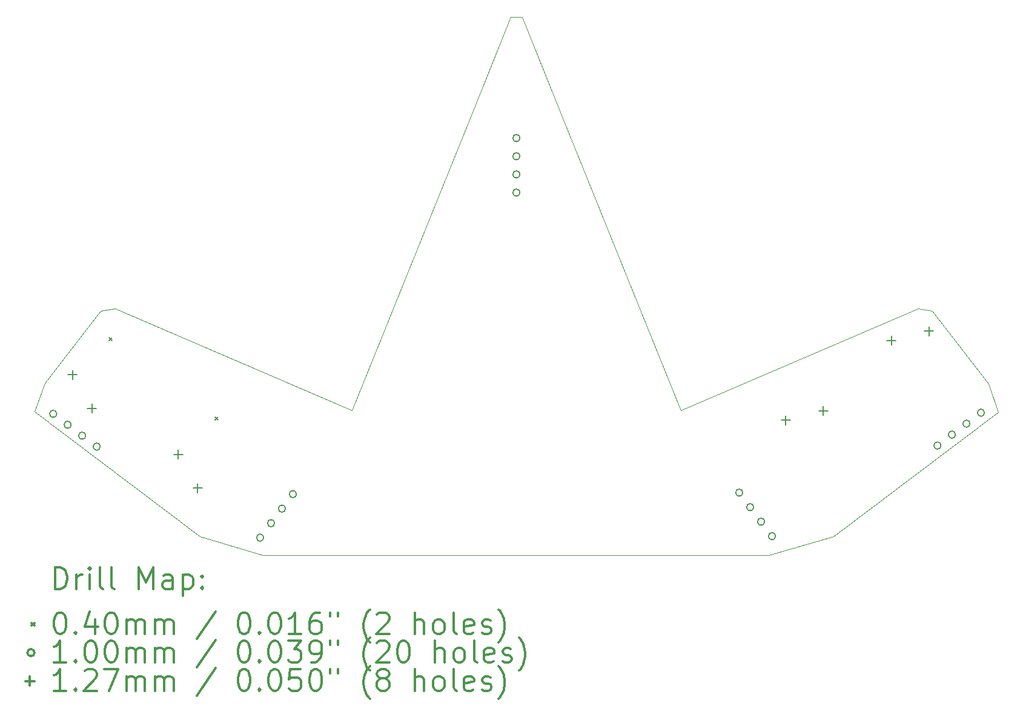
<source format=gbr>
%FSLAX45Y45*%
G04 Gerber Fmt 4.5, Leading zero omitted, Abs format (unit mm)*
G04 Created by KiCad (PCBNEW (5.1.4)-1) date 2023-12-29 13:05:53*
%MOMM*%
%LPD*%
G04 APERTURE LIST*
%ADD10C,0.050000*%
%ADD11C,0.200000*%
%ADD12C,0.300000*%
G04 APERTURE END LIST*
D10*
X19937407Y-1983763D02*
X22243295Y-243223D01*
X8772683Y-241819D02*
X11078571Y-1982360D01*
X19035877Y-2247825D02*
X19937407Y-1983763D01*
X16155876Y3862175D02*
X15585876Y5272175D01*
X11965876Y-2247825D02*
X19035877Y-2247825D01*
X13205876Y-217825D02*
X9895583Y1202721D01*
X17805877Y-217825D02*
X16155876Y3862175D01*
X13205876Y-217825D02*
X14855876Y3862175D01*
X11965876Y-2247825D02*
X11078571Y-1982360D01*
X17805877Y-217825D02*
X21120396Y1201318D01*
X14855876Y3862175D02*
X15425876Y5272175D01*
X15585876Y5272175D02*
X15425876Y5272175D01*
X22104504Y153687D02*
X21319224Y1163010D01*
X9895583Y1202721D02*
X9696755Y1164414D01*
X8911474Y155090D02*
X8772683Y-241819D01*
X22104504Y153687D02*
X22243295Y-243223D01*
X21120396Y1201318D02*
X21319224Y1163010D01*
X8911474Y155090D02*
X9696755Y1164414D01*
D11*
X9810000Y791000D02*
X9850000Y751000D01*
X9850000Y791000D02*
X9810000Y751000D01*
X11295000Y-319000D02*
X11335000Y-359000D01*
X11335000Y-319000D02*
X11295000Y-359000D01*
X21441514Y-713791D02*
G75*
G03X21441514Y-713791I-50000J0D01*
G01*
X21644368Y-560930D02*
G75*
G03X21644368Y-560930I-50000J0D01*
G01*
X21847221Y-408069D02*
G75*
G03X21847221Y-408069I-50000J0D01*
G01*
X22050074Y-255208D02*
G75*
G03X22050074Y-255208I-50000J0D01*
G01*
X18670781Y-1371723D02*
G75*
G03X18670781Y-1371723I-50000J0D01*
G01*
X18823642Y-1574576D02*
G75*
G03X18823642Y-1574576I-50000J0D01*
G01*
X18976503Y-1777430D02*
G75*
G03X18976503Y-1777430I-50000J0D01*
G01*
X19129364Y-1980283D02*
G75*
G03X19129364Y-1980283I-50000J0D01*
G01*
X11973428Y-2000144D02*
G75*
G03X11973428Y-2000144I-50000J0D01*
G01*
X12126289Y-1797290D02*
G75*
G03X12126289Y-1797290I-50000J0D01*
G01*
X12279150Y-1594437D02*
G75*
G03X12279150Y-1594437I-50000J0D01*
G01*
X12432011Y-1391583D02*
G75*
G03X12432011Y-1391583I-50000J0D01*
G01*
X9080702Y-270568D02*
G75*
G03X9080702Y-270568I-50000J0D01*
G01*
X9283555Y-423429D02*
G75*
G03X9283555Y-423429I-50000J0D01*
G01*
X9486408Y-576290D02*
G75*
G03X9486408Y-576290I-50000J0D01*
G01*
X9689262Y-729151D02*
G75*
G03X9689262Y-729151I-50000J0D01*
G01*
X15555876Y3582175D02*
G75*
G03X15555876Y3582175I-50000J0D01*
G01*
X15555876Y3328175D02*
G75*
G03X15555876Y3328175I-50000J0D01*
G01*
X15555876Y3074175D02*
G75*
G03X15555876Y3074175I-50000J0D01*
G01*
X15555876Y2820175D02*
G75*
G03X15555876Y2820175I-50000J0D01*
G01*
X9300243Y339160D02*
X9300243Y212160D01*
X9236743Y275660D02*
X9363743Y275660D01*
X9573180Y-129461D02*
X9573180Y-256461D01*
X9509680Y-192961D02*
X9636680Y-192961D01*
X20748908Y816189D02*
X20748908Y689189D01*
X20685408Y752689D02*
X20812408Y752689D01*
X21274607Y949383D02*
X21274607Y822383D01*
X21211107Y885883D02*
X21338107Y885883D01*
X10777719Y-774198D02*
X10777719Y-901198D01*
X10714219Y-837698D02*
X10841219Y-837698D01*
X11050656Y-1242819D02*
X11050656Y-1369819D01*
X10987156Y-1306319D02*
X11114156Y-1306319D01*
X19271432Y-297169D02*
X19271432Y-424169D01*
X19207932Y-360669D02*
X19334932Y-360669D01*
X19797131Y-163975D02*
X19797131Y-290975D01*
X19733631Y-227475D02*
X19860631Y-227475D01*
D12*
X9056612Y-2716039D02*
X9056612Y-2416039D01*
X9128040Y-2416039D01*
X9170897Y-2430325D01*
X9199469Y-2458896D01*
X9213754Y-2487468D01*
X9228040Y-2544611D01*
X9228040Y-2587468D01*
X9213754Y-2644611D01*
X9199469Y-2673182D01*
X9170897Y-2701754D01*
X9128040Y-2716039D01*
X9056612Y-2716039D01*
X9356612Y-2716039D02*
X9356612Y-2516039D01*
X9356612Y-2573182D02*
X9370897Y-2544611D01*
X9385183Y-2530325D01*
X9413754Y-2516039D01*
X9442326Y-2516039D01*
X9542326Y-2716039D02*
X9542326Y-2516039D01*
X9542326Y-2416039D02*
X9528040Y-2430325D01*
X9542326Y-2444611D01*
X9556612Y-2430325D01*
X9542326Y-2416039D01*
X9542326Y-2444611D01*
X9728040Y-2716039D02*
X9699469Y-2701754D01*
X9685183Y-2673182D01*
X9685183Y-2416039D01*
X9885183Y-2716039D02*
X9856612Y-2701754D01*
X9842326Y-2673182D01*
X9842326Y-2416039D01*
X10228040Y-2716039D02*
X10228040Y-2416039D01*
X10328040Y-2630325D01*
X10428040Y-2416039D01*
X10428040Y-2716039D01*
X10699469Y-2716039D02*
X10699469Y-2558896D01*
X10685183Y-2530325D01*
X10656612Y-2516039D01*
X10599469Y-2516039D01*
X10570897Y-2530325D01*
X10699469Y-2701754D02*
X10670897Y-2716039D01*
X10599469Y-2716039D01*
X10570897Y-2701754D01*
X10556612Y-2673182D01*
X10556612Y-2644611D01*
X10570897Y-2616039D01*
X10599469Y-2601754D01*
X10670897Y-2601754D01*
X10699469Y-2587468D01*
X10842326Y-2516039D02*
X10842326Y-2816039D01*
X10842326Y-2530325D02*
X10870897Y-2516039D01*
X10928040Y-2516039D01*
X10956612Y-2530325D01*
X10970897Y-2544611D01*
X10985183Y-2573182D01*
X10985183Y-2658896D01*
X10970897Y-2687468D01*
X10956612Y-2701754D01*
X10928040Y-2716039D01*
X10870897Y-2716039D01*
X10842326Y-2701754D01*
X11113754Y-2687468D02*
X11128040Y-2701754D01*
X11113754Y-2716039D01*
X11099469Y-2701754D01*
X11113754Y-2687468D01*
X11113754Y-2716039D01*
X11113754Y-2530325D02*
X11128040Y-2544611D01*
X11113754Y-2558896D01*
X11099469Y-2544611D01*
X11113754Y-2530325D01*
X11113754Y-2558896D01*
X8730183Y-3190325D02*
X8770183Y-3230325D01*
X8770183Y-3190325D02*
X8730183Y-3230325D01*
X9113754Y-3046039D02*
X9142326Y-3046039D01*
X9170897Y-3060325D01*
X9185183Y-3074611D01*
X9199469Y-3103182D01*
X9213754Y-3160325D01*
X9213754Y-3231753D01*
X9199469Y-3288896D01*
X9185183Y-3317468D01*
X9170897Y-3331753D01*
X9142326Y-3346039D01*
X9113754Y-3346039D01*
X9085183Y-3331753D01*
X9070897Y-3317468D01*
X9056612Y-3288896D01*
X9042326Y-3231753D01*
X9042326Y-3160325D01*
X9056612Y-3103182D01*
X9070897Y-3074611D01*
X9085183Y-3060325D01*
X9113754Y-3046039D01*
X9342326Y-3317468D02*
X9356612Y-3331753D01*
X9342326Y-3346039D01*
X9328040Y-3331753D01*
X9342326Y-3317468D01*
X9342326Y-3346039D01*
X9613754Y-3146039D02*
X9613754Y-3346039D01*
X9542326Y-3031753D02*
X9470897Y-3246039D01*
X9656612Y-3246039D01*
X9828040Y-3046039D02*
X9856612Y-3046039D01*
X9885183Y-3060325D01*
X9899469Y-3074611D01*
X9913754Y-3103182D01*
X9928040Y-3160325D01*
X9928040Y-3231753D01*
X9913754Y-3288896D01*
X9899469Y-3317468D01*
X9885183Y-3331753D01*
X9856612Y-3346039D01*
X9828040Y-3346039D01*
X9799469Y-3331753D01*
X9785183Y-3317468D01*
X9770897Y-3288896D01*
X9756612Y-3231753D01*
X9756612Y-3160325D01*
X9770897Y-3103182D01*
X9785183Y-3074611D01*
X9799469Y-3060325D01*
X9828040Y-3046039D01*
X10056612Y-3346039D02*
X10056612Y-3146039D01*
X10056612Y-3174611D02*
X10070897Y-3160325D01*
X10099469Y-3146039D01*
X10142326Y-3146039D01*
X10170897Y-3160325D01*
X10185183Y-3188896D01*
X10185183Y-3346039D01*
X10185183Y-3188896D02*
X10199469Y-3160325D01*
X10228040Y-3146039D01*
X10270897Y-3146039D01*
X10299469Y-3160325D01*
X10313754Y-3188896D01*
X10313754Y-3346039D01*
X10456612Y-3346039D02*
X10456612Y-3146039D01*
X10456612Y-3174611D02*
X10470897Y-3160325D01*
X10499469Y-3146039D01*
X10542326Y-3146039D01*
X10570897Y-3160325D01*
X10585183Y-3188896D01*
X10585183Y-3346039D01*
X10585183Y-3188896D02*
X10599469Y-3160325D01*
X10628040Y-3146039D01*
X10670897Y-3146039D01*
X10699469Y-3160325D01*
X10713754Y-3188896D01*
X10713754Y-3346039D01*
X11299469Y-3031753D02*
X11042326Y-3417468D01*
X11685183Y-3046039D02*
X11713754Y-3046039D01*
X11742326Y-3060325D01*
X11756611Y-3074611D01*
X11770897Y-3103182D01*
X11785183Y-3160325D01*
X11785183Y-3231753D01*
X11770897Y-3288896D01*
X11756611Y-3317468D01*
X11742326Y-3331753D01*
X11713754Y-3346039D01*
X11685183Y-3346039D01*
X11656611Y-3331753D01*
X11642326Y-3317468D01*
X11628040Y-3288896D01*
X11613754Y-3231753D01*
X11613754Y-3160325D01*
X11628040Y-3103182D01*
X11642326Y-3074611D01*
X11656611Y-3060325D01*
X11685183Y-3046039D01*
X11913754Y-3317468D02*
X11928040Y-3331753D01*
X11913754Y-3346039D01*
X11899469Y-3331753D01*
X11913754Y-3317468D01*
X11913754Y-3346039D01*
X12113754Y-3046039D02*
X12142326Y-3046039D01*
X12170897Y-3060325D01*
X12185183Y-3074611D01*
X12199469Y-3103182D01*
X12213754Y-3160325D01*
X12213754Y-3231753D01*
X12199469Y-3288896D01*
X12185183Y-3317468D01*
X12170897Y-3331753D01*
X12142326Y-3346039D01*
X12113754Y-3346039D01*
X12085183Y-3331753D01*
X12070897Y-3317468D01*
X12056611Y-3288896D01*
X12042326Y-3231753D01*
X12042326Y-3160325D01*
X12056611Y-3103182D01*
X12070897Y-3074611D01*
X12085183Y-3060325D01*
X12113754Y-3046039D01*
X12499469Y-3346039D02*
X12328040Y-3346039D01*
X12413754Y-3346039D02*
X12413754Y-3046039D01*
X12385183Y-3088896D01*
X12356611Y-3117468D01*
X12328040Y-3131753D01*
X12756611Y-3046039D02*
X12699469Y-3046039D01*
X12670897Y-3060325D01*
X12656611Y-3074611D01*
X12628040Y-3117468D01*
X12613754Y-3174611D01*
X12613754Y-3288896D01*
X12628040Y-3317468D01*
X12642326Y-3331753D01*
X12670897Y-3346039D01*
X12728040Y-3346039D01*
X12756611Y-3331753D01*
X12770897Y-3317468D01*
X12785183Y-3288896D01*
X12785183Y-3217468D01*
X12770897Y-3188896D01*
X12756611Y-3174611D01*
X12728040Y-3160325D01*
X12670897Y-3160325D01*
X12642326Y-3174611D01*
X12628040Y-3188896D01*
X12613754Y-3217468D01*
X12899469Y-3046039D02*
X12899469Y-3103182D01*
X13013754Y-3046039D02*
X13013754Y-3103182D01*
X13456611Y-3460325D02*
X13442326Y-3446039D01*
X13413754Y-3403182D01*
X13399469Y-3374611D01*
X13385183Y-3331753D01*
X13370897Y-3260325D01*
X13370897Y-3203182D01*
X13385183Y-3131753D01*
X13399469Y-3088896D01*
X13413754Y-3060325D01*
X13442326Y-3017468D01*
X13456611Y-3003182D01*
X13556611Y-3074611D02*
X13570897Y-3060325D01*
X13599469Y-3046039D01*
X13670897Y-3046039D01*
X13699469Y-3060325D01*
X13713754Y-3074611D01*
X13728040Y-3103182D01*
X13728040Y-3131753D01*
X13713754Y-3174611D01*
X13542326Y-3346039D01*
X13728040Y-3346039D01*
X14085183Y-3346039D02*
X14085183Y-3046039D01*
X14213754Y-3346039D02*
X14213754Y-3188896D01*
X14199469Y-3160325D01*
X14170897Y-3146039D01*
X14128040Y-3146039D01*
X14099469Y-3160325D01*
X14085183Y-3174611D01*
X14399469Y-3346039D02*
X14370897Y-3331753D01*
X14356611Y-3317468D01*
X14342326Y-3288896D01*
X14342326Y-3203182D01*
X14356611Y-3174611D01*
X14370897Y-3160325D01*
X14399469Y-3146039D01*
X14442326Y-3146039D01*
X14470897Y-3160325D01*
X14485183Y-3174611D01*
X14499469Y-3203182D01*
X14499469Y-3288896D01*
X14485183Y-3317468D01*
X14470897Y-3331753D01*
X14442326Y-3346039D01*
X14399469Y-3346039D01*
X14670897Y-3346039D02*
X14642326Y-3331753D01*
X14628040Y-3303182D01*
X14628040Y-3046039D01*
X14899469Y-3331753D02*
X14870897Y-3346039D01*
X14813754Y-3346039D01*
X14785183Y-3331753D01*
X14770897Y-3303182D01*
X14770897Y-3188896D01*
X14785183Y-3160325D01*
X14813754Y-3146039D01*
X14870897Y-3146039D01*
X14899469Y-3160325D01*
X14913754Y-3188896D01*
X14913754Y-3217468D01*
X14770897Y-3246039D01*
X15028040Y-3331753D02*
X15056611Y-3346039D01*
X15113754Y-3346039D01*
X15142326Y-3331753D01*
X15156611Y-3303182D01*
X15156611Y-3288896D01*
X15142326Y-3260325D01*
X15113754Y-3246039D01*
X15070897Y-3246039D01*
X15042326Y-3231753D01*
X15028040Y-3203182D01*
X15028040Y-3188896D01*
X15042326Y-3160325D01*
X15070897Y-3146039D01*
X15113754Y-3146039D01*
X15142326Y-3160325D01*
X15256611Y-3460325D02*
X15270897Y-3446039D01*
X15299469Y-3403182D01*
X15313754Y-3374611D01*
X15328040Y-3331753D01*
X15342326Y-3260325D01*
X15342326Y-3203182D01*
X15328040Y-3131753D01*
X15313754Y-3088896D01*
X15299469Y-3060325D01*
X15270897Y-3017468D01*
X15256611Y-3003182D01*
X8770183Y-3606325D02*
G75*
G03X8770183Y-3606325I-50000J0D01*
G01*
X9213754Y-3742039D02*
X9042326Y-3742039D01*
X9128040Y-3742039D02*
X9128040Y-3442039D01*
X9099469Y-3484896D01*
X9070897Y-3513468D01*
X9042326Y-3527753D01*
X9342326Y-3713468D02*
X9356612Y-3727753D01*
X9342326Y-3742039D01*
X9328040Y-3727753D01*
X9342326Y-3713468D01*
X9342326Y-3742039D01*
X9542326Y-3442039D02*
X9570897Y-3442039D01*
X9599469Y-3456325D01*
X9613754Y-3470611D01*
X9628040Y-3499182D01*
X9642326Y-3556325D01*
X9642326Y-3627753D01*
X9628040Y-3684896D01*
X9613754Y-3713468D01*
X9599469Y-3727753D01*
X9570897Y-3742039D01*
X9542326Y-3742039D01*
X9513754Y-3727753D01*
X9499469Y-3713468D01*
X9485183Y-3684896D01*
X9470897Y-3627753D01*
X9470897Y-3556325D01*
X9485183Y-3499182D01*
X9499469Y-3470611D01*
X9513754Y-3456325D01*
X9542326Y-3442039D01*
X9828040Y-3442039D02*
X9856612Y-3442039D01*
X9885183Y-3456325D01*
X9899469Y-3470611D01*
X9913754Y-3499182D01*
X9928040Y-3556325D01*
X9928040Y-3627753D01*
X9913754Y-3684896D01*
X9899469Y-3713468D01*
X9885183Y-3727753D01*
X9856612Y-3742039D01*
X9828040Y-3742039D01*
X9799469Y-3727753D01*
X9785183Y-3713468D01*
X9770897Y-3684896D01*
X9756612Y-3627753D01*
X9756612Y-3556325D01*
X9770897Y-3499182D01*
X9785183Y-3470611D01*
X9799469Y-3456325D01*
X9828040Y-3442039D01*
X10056612Y-3742039D02*
X10056612Y-3542039D01*
X10056612Y-3570611D02*
X10070897Y-3556325D01*
X10099469Y-3542039D01*
X10142326Y-3542039D01*
X10170897Y-3556325D01*
X10185183Y-3584896D01*
X10185183Y-3742039D01*
X10185183Y-3584896D02*
X10199469Y-3556325D01*
X10228040Y-3542039D01*
X10270897Y-3542039D01*
X10299469Y-3556325D01*
X10313754Y-3584896D01*
X10313754Y-3742039D01*
X10456612Y-3742039D02*
X10456612Y-3542039D01*
X10456612Y-3570611D02*
X10470897Y-3556325D01*
X10499469Y-3542039D01*
X10542326Y-3542039D01*
X10570897Y-3556325D01*
X10585183Y-3584896D01*
X10585183Y-3742039D01*
X10585183Y-3584896D02*
X10599469Y-3556325D01*
X10628040Y-3542039D01*
X10670897Y-3542039D01*
X10699469Y-3556325D01*
X10713754Y-3584896D01*
X10713754Y-3742039D01*
X11299469Y-3427753D02*
X11042326Y-3813468D01*
X11685183Y-3442039D02*
X11713754Y-3442039D01*
X11742326Y-3456325D01*
X11756611Y-3470611D01*
X11770897Y-3499182D01*
X11785183Y-3556325D01*
X11785183Y-3627753D01*
X11770897Y-3684896D01*
X11756611Y-3713468D01*
X11742326Y-3727753D01*
X11713754Y-3742039D01*
X11685183Y-3742039D01*
X11656611Y-3727753D01*
X11642326Y-3713468D01*
X11628040Y-3684896D01*
X11613754Y-3627753D01*
X11613754Y-3556325D01*
X11628040Y-3499182D01*
X11642326Y-3470611D01*
X11656611Y-3456325D01*
X11685183Y-3442039D01*
X11913754Y-3713468D02*
X11928040Y-3727753D01*
X11913754Y-3742039D01*
X11899469Y-3727753D01*
X11913754Y-3713468D01*
X11913754Y-3742039D01*
X12113754Y-3442039D02*
X12142326Y-3442039D01*
X12170897Y-3456325D01*
X12185183Y-3470611D01*
X12199469Y-3499182D01*
X12213754Y-3556325D01*
X12213754Y-3627753D01*
X12199469Y-3684896D01*
X12185183Y-3713468D01*
X12170897Y-3727753D01*
X12142326Y-3742039D01*
X12113754Y-3742039D01*
X12085183Y-3727753D01*
X12070897Y-3713468D01*
X12056611Y-3684896D01*
X12042326Y-3627753D01*
X12042326Y-3556325D01*
X12056611Y-3499182D01*
X12070897Y-3470611D01*
X12085183Y-3456325D01*
X12113754Y-3442039D01*
X12313754Y-3442039D02*
X12499469Y-3442039D01*
X12399469Y-3556325D01*
X12442326Y-3556325D01*
X12470897Y-3570611D01*
X12485183Y-3584896D01*
X12499469Y-3613468D01*
X12499469Y-3684896D01*
X12485183Y-3713468D01*
X12470897Y-3727753D01*
X12442326Y-3742039D01*
X12356611Y-3742039D01*
X12328040Y-3727753D01*
X12313754Y-3713468D01*
X12642326Y-3742039D02*
X12699469Y-3742039D01*
X12728040Y-3727753D01*
X12742326Y-3713468D01*
X12770897Y-3670611D01*
X12785183Y-3613468D01*
X12785183Y-3499182D01*
X12770897Y-3470611D01*
X12756611Y-3456325D01*
X12728040Y-3442039D01*
X12670897Y-3442039D01*
X12642326Y-3456325D01*
X12628040Y-3470611D01*
X12613754Y-3499182D01*
X12613754Y-3570611D01*
X12628040Y-3599182D01*
X12642326Y-3613468D01*
X12670897Y-3627753D01*
X12728040Y-3627753D01*
X12756611Y-3613468D01*
X12770897Y-3599182D01*
X12785183Y-3570611D01*
X12899469Y-3442039D02*
X12899469Y-3499182D01*
X13013754Y-3442039D02*
X13013754Y-3499182D01*
X13456611Y-3856325D02*
X13442326Y-3842039D01*
X13413754Y-3799182D01*
X13399469Y-3770611D01*
X13385183Y-3727753D01*
X13370897Y-3656325D01*
X13370897Y-3599182D01*
X13385183Y-3527753D01*
X13399469Y-3484896D01*
X13413754Y-3456325D01*
X13442326Y-3413468D01*
X13456611Y-3399182D01*
X13556611Y-3470611D02*
X13570897Y-3456325D01*
X13599469Y-3442039D01*
X13670897Y-3442039D01*
X13699469Y-3456325D01*
X13713754Y-3470611D01*
X13728040Y-3499182D01*
X13728040Y-3527753D01*
X13713754Y-3570611D01*
X13542326Y-3742039D01*
X13728040Y-3742039D01*
X13913754Y-3442039D02*
X13942326Y-3442039D01*
X13970897Y-3456325D01*
X13985183Y-3470611D01*
X13999469Y-3499182D01*
X14013754Y-3556325D01*
X14013754Y-3627753D01*
X13999469Y-3684896D01*
X13985183Y-3713468D01*
X13970897Y-3727753D01*
X13942326Y-3742039D01*
X13913754Y-3742039D01*
X13885183Y-3727753D01*
X13870897Y-3713468D01*
X13856611Y-3684896D01*
X13842326Y-3627753D01*
X13842326Y-3556325D01*
X13856611Y-3499182D01*
X13870897Y-3470611D01*
X13885183Y-3456325D01*
X13913754Y-3442039D01*
X14370897Y-3742039D02*
X14370897Y-3442039D01*
X14499469Y-3742039D02*
X14499469Y-3584896D01*
X14485183Y-3556325D01*
X14456611Y-3542039D01*
X14413754Y-3542039D01*
X14385183Y-3556325D01*
X14370897Y-3570611D01*
X14685183Y-3742039D02*
X14656611Y-3727753D01*
X14642326Y-3713468D01*
X14628040Y-3684896D01*
X14628040Y-3599182D01*
X14642326Y-3570611D01*
X14656611Y-3556325D01*
X14685183Y-3542039D01*
X14728040Y-3542039D01*
X14756611Y-3556325D01*
X14770897Y-3570611D01*
X14785183Y-3599182D01*
X14785183Y-3684896D01*
X14770897Y-3713468D01*
X14756611Y-3727753D01*
X14728040Y-3742039D01*
X14685183Y-3742039D01*
X14956611Y-3742039D02*
X14928040Y-3727753D01*
X14913754Y-3699182D01*
X14913754Y-3442039D01*
X15185183Y-3727753D02*
X15156611Y-3742039D01*
X15099469Y-3742039D01*
X15070897Y-3727753D01*
X15056611Y-3699182D01*
X15056611Y-3584896D01*
X15070897Y-3556325D01*
X15099469Y-3542039D01*
X15156611Y-3542039D01*
X15185183Y-3556325D01*
X15199469Y-3584896D01*
X15199469Y-3613468D01*
X15056611Y-3642039D01*
X15313754Y-3727753D02*
X15342326Y-3742039D01*
X15399469Y-3742039D01*
X15428040Y-3727753D01*
X15442326Y-3699182D01*
X15442326Y-3684896D01*
X15428040Y-3656325D01*
X15399469Y-3642039D01*
X15356611Y-3642039D01*
X15328040Y-3627753D01*
X15313754Y-3599182D01*
X15313754Y-3584896D01*
X15328040Y-3556325D01*
X15356611Y-3542039D01*
X15399469Y-3542039D01*
X15428040Y-3556325D01*
X15542326Y-3856325D02*
X15556611Y-3842039D01*
X15585183Y-3799182D01*
X15599469Y-3770611D01*
X15613754Y-3727753D01*
X15628040Y-3656325D01*
X15628040Y-3599182D01*
X15613754Y-3527753D01*
X15599469Y-3484896D01*
X15585183Y-3456325D01*
X15556611Y-3413468D01*
X15542326Y-3399182D01*
X8706683Y-3938825D02*
X8706683Y-4065825D01*
X8643183Y-4002325D02*
X8770183Y-4002325D01*
X9213754Y-4138039D02*
X9042326Y-4138039D01*
X9128040Y-4138039D02*
X9128040Y-3838039D01*
X9099469Y-3880896D01*
X9070897Y-3909468D01*
X9042326Y-3923753D01*
X9342326Y-4109468D02*
X9356612Y-4123753D01*
X9342326Y-4138039D01*
X9328040Y-4123753D01*
X9342326Y-4109468D01*
X9342326Y-4138039D01*
X9470897Y-3866611D02*
X9485183Y-3852325D01*
X9513754Y-3838039D01*
X9585183Y-3838039D01*
X9613754Y-3852325D01*
X9628040Y-3866611D01*
X9642326Y-3895182D01*
X9642326Y-3923753D01*
X9628040Y-3966611D01*
X9456612Y-4138039D01*
X9642326Y-4138039D01*
X9742326Y-3838039D02*
X9942326Y-3838039D01*
X9813754Y-4138039D01*
X10056612Y-4138039D02*
X10056612Y-3938039D01*
X10056612Y-3966611D02*
X10070897Y-3952325D01*
X10099469Y-3938039D01*
X10142326Y-3938039D01*
X10170897Y-3952325D01*
X10185183Y-3980896D01*
X10185183Y-4138039D01*
X10185183Y-3980896D02*
X10199469Y-3952325D01*
X10228040Y-3938039D01*
X10270897Y-3938039D01*
X10299469Y-3952325D01*
X10313754Y-3980896D01*
X10313754Y-4138039D01*
X10456612Y-4138039D02*
X10456612Y-3938039D01*
X10456612Y-3966611D02*
X10470897Y-3952325D01*
X10499469Y-3938039D01*
X10542326Y-3938039D01*
X10570897Y-3952325D01*
X10585183Y-3980896D01*
X10585183Y-4138039D01*
X10585183Y-3980896D02*
X10599469Y-3952325D01*
X10628040Y-3938039D01*
X10670897Y-3938039D01*
X10699469Y-3952325D01*
X10713754Y-3980896D01*
X10713754Y-4138039D01*
X11299469Y-3823753D02*
X11042326Y-4209468D01*
X11685183Y-3838039D02*
X11713754Y-3838039D01*
X11742326Y-3852325D01*
X11756611Y-3866611D01*
X11770897Y-3895182D01*
X11785183Y-3952325D01*
X11785183Y-4023753D01*
X11770897Y-4080896D01*
X11756611Y-4109468D01*
X11742326Y-4123753D01*
X11713754Y-4138039D01*
X11685183Y-4138039D01*
X11656611Y-4123753D01*
X11642326Y-4109468D01*
X11628040Y-4080896D01*
X11613754Y-4023753D01*
X11613754Y-3952325D01*
X11628040Y-3895182D01*
X11642326Y-3866611D01*
X11656611Y-3852325D01*
X11685183Y-3838039D01*
X11913754Y-4109468D02*
X11928040Y-4123753D01*
X11913754Y-4138039D01*
X11899469Y-4123753D01*
X11913754Y-4109468D01*
X11913754Y-4138039D01*
X12113754Y-3838039D02*
X12142326Y-3838039D01*
X12170897Y-3852325D01*
X12185183Y-3866611D01*
X12199469Y-3895182D01*
X12213754Y-3952325D01*
X12213754Y-4023753D01*
X12199469Y-4080896D01*
X12185183Y-4109468D01*
X12170897Y-4123753D01*
X12142326Y-4138039D01*
X12113754Y-4138039D01*
X12085183Y-4123753D01*
X12070897Y-4109468D01*
X12056611Y-4080896D01*
X12042326Y-4023753D01*
X12042326Y-3952325D01*
X12056611Y-3895182D01*
X12070897Y-3866611D01*
X12085183Y-3852325D01*
X12113754Y-3838039D01*
X12485183Y-3838039D02*
X12342326Y-3838039D01*
X12328040Y-3980896D01*
X12342326Y-3966611D01*
X12370897Y-3952325D01*
X12442326Y-3952325D01*
X12470897Y-3966611D01*
X12485183Y-3980896D01*
X12499469Y-4009468D01*
X12499469Y-4080896D01*
X12485183Y-4109468D01*
X12470897Y-4123753D01*
X12442326Y-4138039D01*
X12370897Y-4138039D01*
X12342326Y-4123753D01*
X12328040Y-4109468D01*
X12685183Y-3838039D02*
X12713754Y-3838039D01*
X12742326Y-3852325D01*
X12756611Y-3866611D01*
X12770897Y-3895182D01*
X12785183Y-3952325D01*
X12785183Y-4023753D01*
X12770897Y-4080896D01*
X12756611Y-4109468D01*
X12742326Y-4123753D01*
X12713754Y-4138039D01*
X12685183Y-4138039D01*
X12656611Y-4123753D01*
X12642326Y-4109468D01*
X12628040Y-4080896D01*
X12613754Y-4023753D01*
X12613754Y-3952325D01*
X12628040Y-3895182D01*
X12642326Y-3866611D01*
X12656611Y-3852325D01*
X12685183Y-3838039D01*
X12899469Y-3838039D02*
X12899469Y-3895182D01*
X13013754Y-3838039D02*
X13013754Y-3895182D01*
X13456611Y-4252325D02*
X13442326Y-4238039D01*
X13413754Y-4195182D01*
X13399469Y-4166611D01*
X13385183Y-4123753D01*
X13370897Y-4052325D01*
X13370897Y-3995182D01*
X13385183Y-3923753D01*
X13399469Y-3880896D01*
X13413754Y-3852325D01*
X13442326Y-3809468D01*
X13456611Y-3795182D01*
X13613754Y-3966611D02*
X13585183Y-3952325D01*
X13570897Y-3938039D01*
X13556611Y-3909468D01*
X13556611Y-3895182D01*
X13570897Y-3866611D01*
X13585183Y-3852325D01*
X13613754Y-3838039D01*
X13670897Y-3838039D01*
X13699469Y-3852325D01*
X13713754Y-3866611D01*
X13728040Y-3895182D01*
X13728040Y-3909468D01*
X13713754Y-3938039D01*
X13699469Y-3952325D01*
X13670897Y-3966611D01*
X13613754Y-3966611D01*
X13585183Y-3980896D01*
X13570897Y-3995182D01*
X13556611Y-4023753D01*
X13556611Y-4080896D01*
X13570897Y-4109468D01*
X13585183Y-4123753D01*
X13613754Y-4138039D01*
X13670897Y-4138039D01*
X13699469Y-4123753D01*
X13713754Y-4109468D01*
X13728040Y-4080896D01*
X13728040Y-4023753D01*
X13713754Y-3995182D01*
X13699469Y-3980896D01*
X13670897Y-3966611D01*
X14085183Y-4138039D02*
X14085183Y-3838039D01*
X14213754Y-4138039D02*
X14213754Y-3980896D01*
X14199469Y-3952325D01*
X14170897Y-3938039D01*
X14128040Y-3938039D01*
X14099469Y-3952325D01*
X14085183Y-3966611D01*
X14399469Y-4138039D02*
X14370897Y-4123753D01*
X14356611Y-4109468D01*
X14342326Y-4080896D01*
X14342326Y-3995182D01*
X14356611Y-3966611D01*
X14370897Y-3952325D01*
X14399469Y-3938039D01*
X14442326Y-3938039D01*
X14470897Y-3952325D01*
X14485183Y-3966611D01*
X14499469Y-3995182D01*
X14499469Y-4080896D01*
X14485183Y-4109468D01*
X14470897Y-4123753D01*
X14442326Y-4138039D01*
X14399469Y-4138039D01*
X14670897Y-4138039D02*
X14642326Y-4123753D01*
X14628040Y-4095182D01*
X14628040Y-3838039D01*
X14899469Y-4123753D02*
X14870897Y-4138039D01*
X14813754Y-4138039D01*
X14785183Y-4123753D01*
X14770897Y-4095182D01*
X14770897Y-3980896D01*
X14785183Y-3952325D01*
X14813754Y-3938039D01*
X14870897Y-3938039D01*
X14899469Y-3952325D01*
X14913754Y-3980896D01*
X14913754Y-4009468D01*
X14770897Y-4038039D01*
X15028040Y-4123753D02*
X15056611Y-4138039D01*
X15113754Y-4138039D01*
X15142326Y-4123753D01*
X15156611Y-4095182D01*
X15156611Y-4080896D01*
X15142326Y-4052325D01*
X15113754Y-4038039D01*
X15070897Y-4038039D01*
X15042326Y-4023753D01*
X15028040Y-3995182D01*
X15028040Y-3980896D01*
X15042326Y-3952325D01*
X15070897Y-3938039D01*
X15113754Y-3938039D01*
X15142326Y-3952325D01*
X15256611Y-4252325D02*
X15270897Y-4238039D01*
X15299469Y-4195182D01*
X15313754Y-4166611D01*
X15328040Y-4123753D01*
X15342326Y-4052325D01*
X15342326Y-3995182D01*
X15328040Y-3923753D01*
X15313754Y-3880896D01*
X15299469Y-3852325D01*
X15270897Y-3809468D01*
X15256611Y-3795182D01*
M02*

</source>
